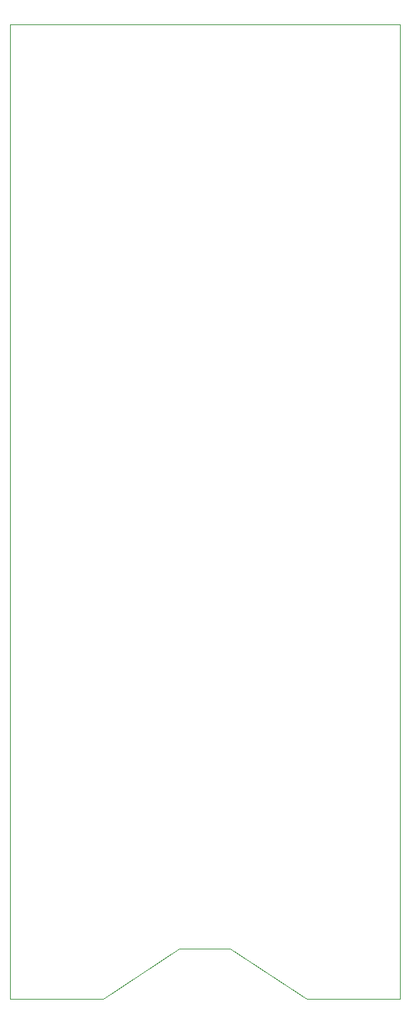
<source format=gbr>
%TF.GenerationSoftware,KiCad,Pcbnew,5.1.9-73d0e3b20d~88~ubuntu20.04.1*%
%TF.CreationDate,2021-03-31T20:48:30-04:00*%
%TF.ProjectId,MCVI,4d435649-2e6b-4696-9361-645f70636258,rev?*%
%TF.SameCoordinates,Original*%
%TF.FileFunction,Profile,NP*%
%FSLAX46Y46*%
G04 Gerber Fmt 4.6, Leading zero omitted, Abs format (unit mm)*
G04 Created by KiCad (PCBNEW 5.1.9-73d0e3b20d~88~ubuntu20.04.1) date 2021-03-31 20:48:30*
%MOMM*%
%LPD*%
G01*
G04 APERTURE LIST*
%TA.AperFunction,Profile*%
%ADD10C,0.100000*%
%TD*%
G04 APERTURE END LIST*
D10*
X165000000Y-179000000D02*
X154000000Y-179000000D01*
X145000000Y-173000000D02*
X139000000Y-173000000D01*
X119000000Y-64000000D02*
X165000000Y-64000000D01*
X165000000Y-64000000D02*
X165000000Y-179000000D01*
X119000000Y-64000000D02*
X119000000Y-179000000D01*
X130000000Y-179000000D02*
X119000000Y-179000000D01*
X130000000Y-179000000D02*
X139000000Y-173000000D01*
X145000000Y-173000000D02*
X154000000Y-179000000D01*
M02*

</source>
